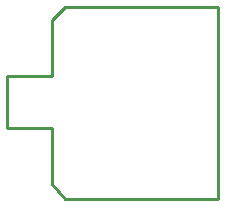
<source format=gbr>
G04*
G04 #@! TF.GenerationSoftware,Altium Limited,Altium Designer,24.6.1 (21)*
G04*
G04 Layer_Color=16711935*
%FSLAX44Y44*%
%MOMM*%
G71*
G04*
G04 #@! TF.SameCoordinates,455CBF28-0157-4816-AAA5-8F8310DED926*
G04*
G04*
G04 #@! TF.FilePolarity,Positive*
G04*
G01*
G75*
%ADD10C,0.2540*%
D10*
X1038860Y1005840D02*
X1050290Y993140D01*
X1002030Y1097280D02*
X1038860D01*
Y1112520D01*
Y1005840D02*
Y1052830D01*
Y1112520D02*
Y1144270D01*
X1179830Y1074420D02*
Y1155700D01*
X1038860Y1144270D02*
X1050290Y1155700D01*
X1179830Y993140D02*
Y1074420D01*
X1050290Y1155700D02*
X1179830D01*
X1000760Y1052830D02*
X1000887Y1097280D01*
X1050290Y993140D02*
X1179830D01*
X1000760Y1052830D02*
X1038860D01*
M02*

</source>
